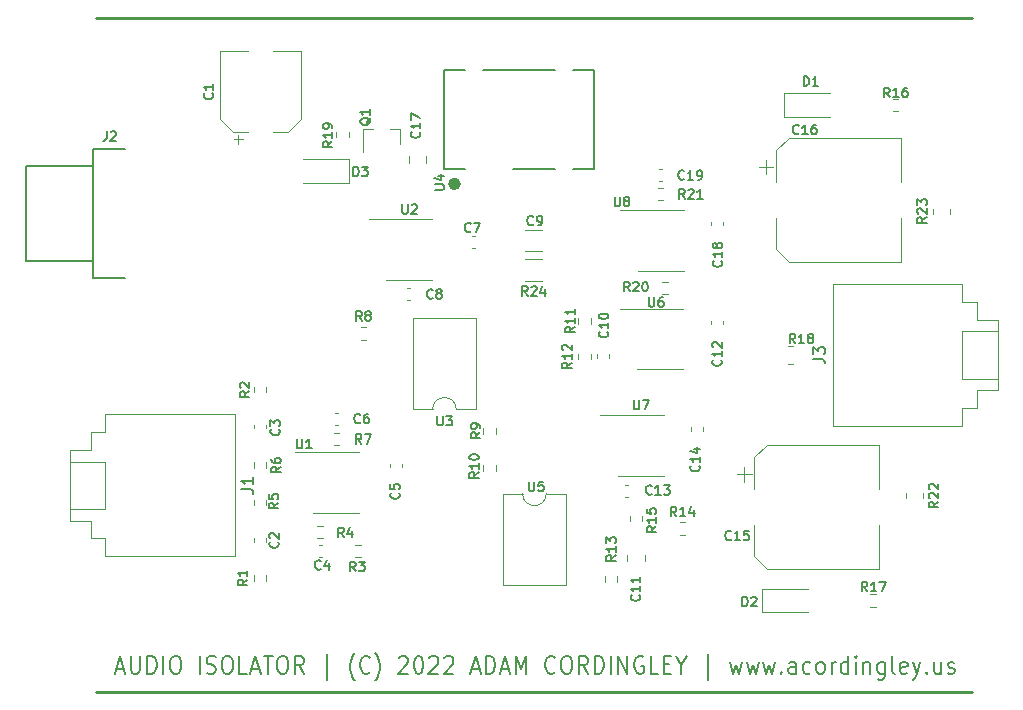
<source format=gto>
%TF.GenerationSoftware,KiCad,Pcbnew,6.0.8-f2edbf62ab~116~ubuntu20.04.1*%
%TF.CreationDate,2022-10-07T00:55:20-04:00*%
%TF.ProjectId,SSTC_Audio_Isolator,53535443-5f41-4756-9469-6f5f49736f6c,rev?*%
%TF.SameCoordinates,Original*%
%TF.FileFunction,Legend,Top*%
%TF.FilePolarity,Positive*%
%FSLAX46Y46*%
G04 Gerber Fmt 4.6, Leading zero omitted, Abs format (unit mm)*
G04 Created by KiCad (PCBNEW 6.0.8-f2edbf62ab~116~ubuntu20.04.1) date 2022-10-07 00:55:20*
%MOMM*%
%LPD*%
G01*
G04 APERTURE LIST*
%ADD10C,0.250000*%
%ADD11C,0.200000*%
%ADD12C,0.150000*%
%ADD13C,0.120000*%
%ADD14C,0.550000*%
G04 APERTURE END LIST*
D10*
X100400000Y-52000000D02*
X174600000Y-52000000D01*
X100400000Y-109000000D02*
X174600000Y-109000000D01*
D11*
X102164285Y-107050000D02*
X102807142Y-107050000D01*
X102035714Y-107478571D02*
X102485714Y-105978571D01*
X102935714Y-107478571D01*
X103385714Y-105978571D02*
X103385714Y-107192857D01*
X103450000Y-107335714D01*
X103514285Y-107407142D01*
X103642857Y-107478571D01*
X103900000Y-107478571D01*
X104028571Y-107407142D01*
X104092857Y-107335714D01*
X104157142Y-107192857D01*
X104157142Y-105978571D01*
X104800000Y-107478571D02*
X104800000Y-105978571D01*
X105121428Y-105978571D01*
X105314285Y-106050000D01*
X105442857Y-106192857D01*
X105507142Y-106335714D01*
X105571428Y-106621428D01*
X105571428Y-106835714D01*
X105507142Y-107121428D01*
X105442857Y-107264285D01*
X105314285Y-107407142D01*
X105121428Y-107478571D01*
X104800000Y-107478571D01*
X106150000Y-107478571D02*
X106150000Y-105978571D01*
X107050000Y-105978571D02*
X107307142Y-105978571D01*
X107435714Y-106050000D01*
X107564285Y-106192857D01*
X107628571Y-106478571D01*
X107628571Y-106978571D01*
X107564285Y-107264285D01*
X107435714Y-107407142D01*
X107307142Y-107478571D01*
X107050000Y-107478571D01*
X106921428Y-107407142D01*
X106792857Y-107264285D01*
X106728571Y-106978571D01*
X106728571Y-106478571D01*
X106792857Y-106192857D01*
X106921428Y-106050000D01*
X107050000Y-105978571D01*
X109235714Y-107478571D02*
X109235714Y-105978571D01*
X109814285Y-107407142D02*
X110007142Y-107478571D01*
X110328571Y-107478571D01*
X110457142Y-107407142D01*
X110521428Y-107335714D01*
X110585714Y-107192857D01*
X110585714Y-107050000D01*
X110521428Y-106907142D01*
X110457142Y-106835714D01*
X110328571Y-106764285D01*
X110071428Y-106692857D01*
X109942857Y-106621428D01*
X109878571Y-106550000D01*
X109814285Y-106407142D01*
X109814285Y-106264285D01*
X109878571Y-106121428D01*
X109942857Y-106050000D01*
X110071428Y-105978571D01*
X110392857Y-105978571D01*
X110585714Y-106050000D01*
X111421428Y-105978571D02*
X111678571Y-105978571D01*
X111807142Y-106050000D01*
X111935714Y-106192857D01*
X112000000Y-106478571D01*
X112000000Y-106978571D01*
X111935714Y-107264285D01*
X111807142Y-107407142D01*
X111678571Y-107478571D01*
X111421428Y-107478571D01*
X111292857Y-107407142D01*
X111164285Y-107264285D01*
X111100000Y-106978571D01*
X111100000Y-106478571D01*
X111164285Y-106192857D01*
X111292857Y-106050000D01*
X111421428Y-105978571D01*
X113221428Y-107478571D02*
X112578571Y-107478571D01*
X112578571Y-105978571D01*
X113607142Y-107050000D02*
X114250000Y-107050000D01*
X113478571Y-107478571D02*
X113928571Y-105978571D01*
X114378571Y-107478571D01*
X114635714Y-105978571D02*
X115407142Y-105978571D01*
X115021428Y-107478571D02*
X115021428Y-105978571D01*
X116114285Y-105978571D02*
X116371428Y-105978571D01*
X116500000Y-106050000D01*
X116628571Y-106192857D01*
X116692857Y-106478571D01*
X116692857Y-106978571D01*
X116628571Y-107264285D01*
X116500000Y-107407142D01*
X116371428Y-107478571D01*
X116114285Y-107478571D01*
X115985714Y-107407142D01*
X115857142Y-107264285D01*
X115792857Y-106978571D01*
X115792857Y-106478571D01*
X115857142Y-106192857D01*
X115985714Y-106050000D01*
X116114285Y-105978571D01*
X118042857Y-107478571D02*
X117592857Y-106764285D01*
X117271428Y-107478571D02*
X117271428Y-105978571D01*
X117785714Y-105978571D01*
X117914285Y-106050000D01*
X117978571Y-106121428D01*
X118042857Y-106264285D01*
X118042857Y-106478571D01*
X117978571Y-106621428D01*
X117914285Y-106692857D01*
X117785714Y-106764285D01*
X117271428Y-106764285D01*
X119971428Y-107978571D02*
X119971428Y-105835714D01*
X122350000Y-108050000D02*
X122285714Y-107978571D01*
X122157142Y-107764285D01*
X122092857Y-107621428D01*
X122028571Y-107407142D01*
X121964285Y-107050000D01*
X121964285Y-106764285D01*
X122028571Y-106407142D01*
X122092857Y-106192857D01*
X122157142Y-106050000D01*
X122285714Y-105835714D01*
X122350000Y-105764285D01*
X123635714Y-107335714D02*
X123571428Y-107407142D01*
X123378571Y-107478571D01*
X123250000Y-107478571D01*
X123057142Y-107407142D01*
X122928571Y-107264285D01*
X122864285Y-107121428D01*
X122800000Y-106835714D01*
X122800000Y-106621428D01*
X122864285Y-106335714D01*
X122928571Y-106192857D01*
X123057142Y-106050000D01*
X123250000Y-105978571D01*
X123378571Y-105978571D01*
X123571428Y-106050000D01*
X123635714Y-106121428D01*
X124085714Y-108050000D02*
X124150000Y-107978571D01*
X124278571Y-107764285D01*
X124342857Y-107621428D01*
X124407142Y-107407142D01*
X124471428Y-107050000D01*
X124471428Y-106764285D01*
X124407142Y-106407142D01*
X124342857Y-106192857D01*
X124278571Y-106050000D01*
X124150000Y-105835714D01*
X124085714Y-105764285D01*
X126078571Y-106121428D02*
X126142857Y-106050000D01*
X126271428Y-105978571D01*
X126592857Y-105978571D01*
X126721428Y-106050000D01*
X126785714Y-106121428D01*
X126850000Y-106264285D01*
X126850000Y-106407142D01*
X126785714Y-106621428D01*
X126014285Y-107478571D01*
X126850000Y-107478571D01*
X127685714Y-105978571D02*
X127814285Y-105978571D01*
X127942857Y-106050000D01*
X128007142Y-106121428D01*
X128071428Y-106264285D01*
X128135714Y-106550000D01*
X128135714Y-106907142D01*
X128071428Y-107192857D01*
X128007142Y-107335714D01*
X127942857Y-107407142D01*
X127814285Y-107478571D01*
X127685714Y-107478571D01*
X127557142Y-107407142D01*
X127492857Y-107335714D01*
X127428571Y-107192857D01*
X127364285Y-106907142D01*
X127364285Y-106550000D01*
X127428571Y-106264285D01*
X127492857Y-106121428D01*
X127557142Y-106050000D01*
X127685714Y-105978571D01*
X128650000Y-106121428D02*
X128714285Y-106050000D01*
X128842857Y-105978571D01*
X129164285Y-105978571D01*
X129292857Y-106050000D01*
X129357142Y-106121428D01*
X129421428Y-106264285D01*
X129421428Y-106407142D01*
X129357142Y-106621428D01*
X128585714Y-107478571D01*
X129421428Y-107478571D01*
X129935714Y-106121428D02*
X130000000Y-106050000D01*
X130128571Y-105978571D01*
X130450000Y-105978571D01*
X130578571Y-106050000D01*
X130642857Y-106121428D01*
X130707142Y-106264285D01*
X130707142Y-106407142D01*
X130642857Y-106621428D01*
X129871428Y-107478571D01*
X130707142Y-107478571D01*
X132250000Y-107050000D02*
X132892857Y-107050000D01*
X132121428Y-107478571D02*
X132571428Y-105978571D01*
X133021428Y-107478571D01*
X133471428Y-107478571D02*
X133471428Y-105978571D01*
X133792857Y-105978571D01*
X133985714Y-106050000D01*
X134114285Y-106192857D01*
X134178571Y-106335714D01*
X134242857Y-106621428D01*
X134242857Y-106835714D01*
X134178571Y-107121428D01*
X134114285Y-107264285D01*
X133985714Y-107407142D01*
X133792857Y-107478571D01*
X133471428Y-107478571D01*
X134757142Y-107050000D02*
X135400000Y-107050000D01*
X134628571Y-107478571D02*
X135078571Y-105978571D01*
X135528571Y-107478571D01*
X135978571Y-107478571D02*
X135978571Y-105978571D01*
X136428571Y-107050000D01*
X136878571Y-105978571D01*
X136878571Y-107478571D01*
X139321428Y-107335714D02*
X139257142Y-107407142D01*
X139064285Y-107478571D01*
X138935714Y-107478571D01*
X138742857Y-107407142D01*
X138614285Y-107264285D01*
X138550000Y-107121428D01*
X138485714Y-106835714D01*
X138485714Y-106621428D01*
X138550000Y-106335714D01*
X138614285Y-106192857D01*
X138742857Y-106050000D01*
X138935714Y-105978571D01*
X139064285Y-105978571D01*
X139257142Y-106050000D01*
X139321428Y-106121428D01*
X140157142Y-105978571D02*
X140414285Y-105978571D01*
X140542857Y-106050000D01*
X140671428Y-106192857D01*
X140735714Y-106478571D01*
X140735714Y-106978571D01*
X140671428Y-107264285D01*
X140542857Y-107407142D01*
X140414285Y-107478571D01*
X140157142Y-107478571D01*
X140028571Y-107407142D01*
X139900000Y-107264285D01*
X139835714Y-106978571D01*
X139835714Y-106478571D01*
X139900000Y-106192857D01*
X140028571Y-106050000D01*
X140157142Y-105978571D01*
X142085714Y-107478571D02*
X141635714Y-106764285D01*
X141314285Y-107478571D02*
X141314285Y-105978571D01*
X141828571Y-105978571D01*
X141957142Y-106050000D01*
X142021428Y-106121428D01*
X142085714Y-106264285D01*
X142085714Y-106478571D01*
X142021428Y-106621428D01*
X141957142Y-106692857D01*
X141828571Y-106764285D01*
X141314285Y-106764285D01*
X142664285Y-107478571D02*
X142664285Y-105978571D01*
X142985714Y-105978571D01*
X143178571Y-106050000D01*
X143307142Y-106192857D01*
X143371428Y-106335714D01*
X143435714Y-106621428D01*
X143435714Y-106835714D01*
X143371428Y-107121428D01*
X143307142Y-107264285D01*
X143178571Y-107407142D01*
X142985714Y-107478571D01*
X142664285Y-107478571D01*
X144014285Y-107478571D02*
X144014285Y-105978571D01*
X144657142Y-107478571D02*
X144657142Y-105978571D01*
X145428571Y-107478571D01*
X145428571Y-105978571D01*
X146778571Y-106050000D02*
X146650000Y-105978571D01*
X146457142Y-105978571D01*
X146264285Y-106050000D01*
X146135714Y-106192857D01*
X146071428Y-106335714D01*
X146007142Y-106621428D01*
X146007142Y-106835714D01*
X146071428Y-107121428D01*
X146135714Y-107264285D01*
X146264285Y-107407142D01*
X146457142Y-107478571D01*
X146585714Y-107478571D01*
X146778571Y-107407142D01*
X146842857Y-107335714D01*
X146842857Y-106835714D01*
X146585714Y-106835714D01*
X148064285Y-107478571D02*
X147421428Y-107478571D01*
X147421428Y-105978571D01*
X148514285Y-106692857D02*
X148964285Y-106692857D01*
X149157142Y-107478571D02*
X148514285Y-107478571D01*
X148514285Y-105978571D01*
X149157142Y-105978571D01*
X149992857Y-106764285D02*
X149992857Y-107478571D01*
X149542857Y-105978571D02*
X149992857Y-106764285D01*
X150442857Y-105978571D01*
X152242857Y-107978571D02*
X152242857Y-105835714D01*
X154107142Y-106478571D02*
X154364285Y-107478571D01*
X154621428Y-106764285D01*
X154878571Y-107478571D01*
X155135714Y-106478571D01*
X155521428Y-106478571D02*
X155778571Y-107478571D01*
X156035714Y-106764285D01*
X156292857Y-107478571D01*
X156550000Y-106478571D01*
X156935714Y-106478571D02*
X157192857Y-107478571D01*
X157450000Y-106764285D01*
X157707142Y-107478571D01*
X157964285Y-106478571D01*
X158478571Y-107335714D02*
X158542857Y-107407142D01*
X158478571Y-107478571D01*
X158414285Y-107407142D01*
X158478571Y-107335714D01*
X158478571Y-107478571D01*
X159700000Y-107478571D02*
X159700000Y-106692857D01*
X159635714Y-106550000D01*
X159507142Y-106478571D01*
X159250000Y-106478571D01*
X159121428Y-106550000D01*
X159700000Y-107407142D02*
X159571428Y-107478571D01*
X159250000Y-107478571D01*
X159121428Y-107407142D01*
X159057142Y-107264285D01*
X159057142Y-107121428D01*
X159121428Y-106978571D01*
X159250000Y-106907142D01*
X159571428Y-106907142D01*
X159700000Y-106835714D01*
X160921428Y-107407142D02*
X160792857Y-107478571D01*
X160535714Y-107478571D01*
X160407142Y-107407142D01*
X160342857Y-107335714D01*
X160278571Y-107192857D01*
X160278571Y-106764285D01*
X160342857Y-106621428D01*
X160407142Y-106550000D01*
X160535714Y-106478571D01*
X160792857Y-106478571D01*
X160921428Y-106550000D01*
X161692857Y-107478571D02*
X161564285Y-107407142D01*
X161500000Y-107335714D01*
X161435714Y-107192857D01*
X161435714Y-106764285D01*
X161500000Y-106621428D01*
X161564285Y-106550000D01*
X161692857Y-106478571D01*
X161885714Y-106478571D01*
X162014285Y-106550000D01*
X162078571Y-106621428D01*
X162142857Y-106764285D01*
X162142857Y-107192857D01*
X162078571Y-107335714D01*
X162014285Y-107407142D01*
X161885714Y-107478571D01*
X161692857Y-107478571D01*
X162721428Y-107478571D02*
X162721428Y-106478571D01*
X162721428Y-106764285D02*
X162785714Y-106621428D01*
X162850000Y-106550000D01*
X162978571Y-106478571D01*
X163107142Y-106478571D01*
X164135714Y-107478571D02*
X164135714Y-105978571D01*
X164135714Y-107407142D02*
X164007142Y-107478571D01*
X163750000Y-107478571D01*
X163621428Y-107407142D01*
X163557142Y-107335714D01*
X163492857Y-107192857D01*
X163492857Y-106764285D01*
X163557142Y-106621428D01*
X163621428Y-106550000D01*
X163750000Y-106478571D01*
X164007142Y-106478571D01*
X164135714Y-106550000D01*
X164778571Y-107478571D02*
X164778571Y-106478571D01*
X164778571Y-105978571D02*
X164714285Y-106050000D01*
X164778571Y-106121428D01*
X164842857Y-106050000D01*
X164778571Y-105978571D01*
X164778571Y-106121428D01*
X165421428Y-106478571D02*
X165421428Y-107478571D01*
X165421428Y-106621428D02*
X165485714Y-106550000D01*
X165614285Y-106478571D01*
X165807142Y-106478571D01*
X165935714Y-106550000D01*
X166000000Y-106692857D01*
X166000000Y-107478571D01*
X167221428Y-106478571D02*
X167221428Y-107692857D01*
X167157142Y-107835714D01*
X167092857Y-107907142D01*
X166964285Y-107978571D01*
X166771428Y-107978571D01*
X166642857Y-107907142D01*
X167221428Y-107407142D02*
X167092857Y-107478571D01*
X166835714Y-107478571D01*
X166707142Y-107407142D01*
X166642857Y-107335714D01*
X166578571Y-107192857D01*
X166578571Y-106764285D01*
X166642857Y-106621428D01*
X166707142Y-106550000D01*
X166835714Y-106478571D01*
X167092857Y-106478571D01*
X167221428Y-106550000D01*
X168057142Y-107478571D02*
X167928571Y-107407142D01*
X167864285Y-107264285D01*
X167864285Y-105978571D01*
X169085714Y-107407142D02*
X168957142Y-107478571D01*
X168700000Y-107478571D01*
X168571428Y-107407142D01*
X168507142Y-107264285D01*
X168507142Y-106692857D01*
X168571428Y-106550000D01*
X168700000Y-106478571D01*
X168957142Y-106478571D01*
X169085714Y-106550000D01*
X169150000Y-106692857D01*
X169150000Y-106835714D01*
X168507142Y-106978571D01*
X169600000Y-106478571D02*
X169921428Y-107478571D01*
X170242857Y-106478571D02*
X169921428Y-107478571D01*
X169792857Y-107835714D01*
X169728571Y-107907142D01*
X169600000Y-107978571D01*
X170757142Y-107335714D02*
X170821428Y-107407142D01*
X170757142Y-107478571D01*
X170692857Y-107407142D01*
X170757142Y-107335714D01*
X170757142Y-107478571D01*
X171978571Y-106478571D02*
X171978571Y-107478571D01*
X171400000Y-106478571D02*
X171400000Y-107264285D01*
X171464285Y-107407142D01*
X171592857Y-107478571D01*
X171785714Y-107478571D01*
X171914285Y-107407142D01*
X171978571Y-107335714D01*
X172557142Y-107407142D02*
X172685714Y-107478571D01*
X172942857Y-107478571D01*
X173071428Y-107407142D01*
X173135714Y-107264285D01*
X173135714Y-107192857D01*
X173071428Y-107050000D01*
X172942857Y-106978571D01*
X172750000Y-106978571D01*
X172621428Y-106907142D01*
X172557142Y-106764285D01*
X172557142Y-106692857D01*
X172621428Y-106550000D01*
X172750000Y-106478571D01*
X172942857Y-106478571D01*
X173071428Y-106550000D01*
D12*
%TO.C,D3*%
X122209523Y-65361904D02*
X122209523Y-64561904D01*
X122400000Y-64561904D01*
X122514285Y-64600000D01*
X122590476Y-64676190D01*
X122628571Y-64752380D01*
X122666666Y-64904761D01*
X122666666Y-65019047D01*
X122628571Y-65171428D01*
X122590476Y-65247619D01*
X122514285Y-65323809D01*
X122400000Y-65361904D01*
X122209523Y-65361904D01*
X122933333Y-64561904D02*
X123428571Y-64561904D01*
X123161904Y-64866666D01*
X123276190Y-64866666D01*
X123352380Y-64904761D01*
X123390476Y-64942857D01*
X123428571Y-65019047D01*
X123428571Y-65209523D01*
X123390476Y-65285714D01*
X123352380Y-65323809D01*
X123276190Y-65361904D01*
X123047619Y-65361904D01*
X122971428Y-65323809D01*
X122933333Y-65285714D01*
%TO.C,C18*%
X153385714Y-72514285D02*
X153423809Y-72552380D01*
X153461904Y-72666666D01*
X153461904Y-72742857D01*
X153423809Y-72857142D01*
X153347619Y-72933333D01*
X153271428Y-72971428D01*
X153119047Y-73009523D01*
X153004761Y-73009523D01*
X152852380Y-72971428D01*
X152776190Y-72933333D01*
X152700000Y-72857142D01*
X152661904Y-72742857D01*
X152661904Y-72666666D01*
X152700000Y-72552380D01*
X152738095Y-72514285D01*
X153461904Y-71752380D02*
X153461904Y-72209523D01*
X153461904Y-71980952D02*
X152661904Y-71980952D01*
X152776190Y-72057142D01*
X152852380Y-72133333D01*
X152890476Y-72209523D01*
X153004761Y-71295238D02*
X152966666Y-71371428D01*
X152928571Y-71409523D01*
X152852380Y-71447619D01*
X152814285Y-71447619D01*
X152738095Y-71409523D01*
X152700000Y-71371428D01*
X152661904Y-71295238D01*
X152661904Y-71142857D01*
X152700000Y-71066666D01*
X152738095Y-71028571D01*
X152814285Y-70990476D01*
X152852380Y-70990476D01*
X152928571Y-71028571D01*
X152966666Y-71066666D01*
X153004761Y-71142857D01*
X153004761Y-71295238D01*
X153042857Y-71371428D01*
X153080952Y-71409523D01*
X153157142Y-71447619D01*
X153309523Y-71447619D01*
X153385714Y-71409523D01*
X153423809Y-71371428D01*
X153461904Y-71295238D01*
X153461904Y-71142857D01*
X153423809Y-71066666D01*
X153385714Y-71028571D01*
X153309523Y-70990476D01*
X153157142Y-70990476D01*
X153080952Y-71028571D01*
X153042857Y-71066666D01*
X153004761Y-71142857D01*
%TO.C,C9*%
X137466666Y-69435714D02*
X137428571Y-69473809D01*
X137314285Y-69511904D01*
X137238095Y-69511904D01*
X137123809Y-69473809D01*
X137047619Y-69397619D01*
X137009523Y-69321428D01*
X136971428Y-69169047D01*
X136971428Y-69054761D01*
X137009523Y-68902380D01*
X137047619Y-68826190D01*
X137123809Y-68750000D01*
X137238095Y-68711904D01*
X137314285Y-68711904D01*
X137428571Y-68750000D01*
X137466666Y-68788095D01*
X137847619Y-69511904D02*
X138000000Y-69511904D01*
X138076190Y-69473809D01*
X138114285Y-69435714D01*
X138190476Y-69321428D01*
X138228571Y-69169047D01*
X138228571Y-68864285D01*
X138190476Y-68788095D01*
X138152380Y-68750000D01*
X138076190Y-68711904D01*
X137923809Y-68711904D01*
X137847619Y-68750000D01*
X137809523Y-68788095D01*
X137771428Y-68864285D01*
X137771428Y-69054761D01*
X137809523Y-69130952D01*
X137847619Y-69169047D01*
X137923809Y-69207142D01*
X138076190Y-69207142D01*
X138152380Y-69169047D01*
X138190476Y-69130952D01*
X138228571Y-69054761D01*
%TO.C,R16*%
X167635714Y-58661904D02*
X167369047Y-58280952D01*
X167178571Y-58661904D02*
X167178571Y-57861904D01*
X167483333Y-57861904D01*
X167559523Y-57900000D01*
X167597619Y-57938095D01*
X167635714Y-58014285D01*
X167635714Y-58128571D01*
X167597619Y-58204761D01*
X167559523Y-58242857D01*
X167483333Y-58280952D01*
X167178571Y-58280952D01*
X168397619Y-58661904D02*
X167940476Y-58661904D01*
X168169047Y-58661904D02*
X168169047Y-57861904D01*
X168092857Y-57976190D01*
X168016666Y-58052380D01*
X167940476Y-58090476D01*
X169083333Y-57861904D02*
X168930952Y-57861904D01*
X168854761Y-57900000D01*
X168816666Y-57938095D01*
X168740476Y-58052380D01*
X168702380Y-58204761D01*
X168702380Y-58509523D01*
X168740476Y-58585714D01*
X168778571Y-58623809D01*
X168854761Y-58661904D01*
X169007142Y-58661904D01*
X169083333Y-58623809D01*
X169121428Y-58585714D01*
X169159523Y-58509523D01*
X169159523Y-58319047D01*
X169121428Y-58242857D01*
X169083333Y-58204761D01*
X169007142Y-58166666D01*
X168854761Y-58166666D01*
X168778571Y-58204761D01*
X168740476Y-58242857D01*
X168702380Y-58319047D01*
%TO.C,U7*%
X145990476Y-84311904D02*
X145990476Y-84959523D01*
X146028571Y-85035714D01*
X146066666Y-85073809D01*
X146142857Y-85111904D01*
X146295238Y-85111904D01*
X146371428Y-85073809D01*
X146409523Y-85035714D01*
X146447619Y-84959523D01*
X146447619Y-84311904D01*
X146752380Y-84311904D02*
X147285714Y-84311904D01*
X146942857Y-85111904D01*
%TO.C,R8*%
X122941666Y-77606904D02*
X122675000Y-77225952D01*
X122484523Y-77606904D02*
X122484523Y-76806904D01*
X122789285Y-76806904D01*
X122865476Y-76845000D01*
X122903571Y-76883095D01*
X122941666Y-76959285D01*
X122941666Y-77073571D01*
X122903571Y-77149761D01*
X122865476Y-77187857D01*
X122789285Y-77225952D01*
X122484523Y-77225952D01*
X123398809Y-77149761D02*
X123322619Y-77111666D01*
X123284523Y-77073571D01*
X123246428Y-76997380D01*
X123246428Y-76959285D01*
X123284523Y-76883095D01*
X123322619Y-76845000D01*
X123398809Y-76806904D01*
X123551190Y-76806904D01*
X123627380Y-76845000D01*
X123665476Y-76883095D01*
X123703571Y-76959285D01*
X123703571Y-76997380D01*
X123665476Y-77073571D01*
X123627380Y-77111666D01*
X123551190Y-77149761D01*
X123398809Y-77149761D01*
X123322619Y-77187857D01*
X123284523Y-77225952D01*
X123246428Y-77302142D01*
X123246428Y-77454523D01*
X123284523Y-77530714D01*
X123322619Y-77568809D01*
X123398809Y-77606904D01*
X123551190Y-77606904D01*
X123627380Y-77568809D01*
X123665476Y-77530714D01*
X123703571Y-77454523D01*
X123703571Y-77302142D01*
X123665476Y-77225952D01*
X123627380Y-77187857D01*
X123551190Y-77149761D01*
%TO.C,R1*%
X113231904Y-99508333D02*
X112850952Y-99775000D01*
X113231904Y-99965476D02*
X112431904Y-99965476D01*
X112431904Y-99660714D01*
X112470000Y-99584523D01*
X112508095Y-99546428D01*
X112584285Y-99508333D01*
X112698571Y-99508333D01*
X112774761Y-99546428D01*
X112812857Y-99584523D01*
X112850952Y-99660714D01*
X112850952Y-99965476D01*
X113231904Y-98746428D02*
X113231904Y-99203571D01*
X113231904Y-98975000D02*
X112431904Y-98975000D01*
X112546190Y-99051190D01*
X112622380Y-99127380D01*
X112660476Y-99203571D01*
%TO.C,R7*%
X122916666Y-88011904D02*
X122650000Y-87630952D01*
X122459523Y-88011904D02*
X122459523Y-87211904D01*
X122764285Y-87211904D01*
X122840476Y-87250000D01*
X122878571Y-87288095D01*
X122916666Y-87364285D01*
X122916666Y-87478571D01*
X122878571Y-87554761D01*
X122840476Y-87592857D01*
X122764285Y-87630952D01*
X122459523Y-87630952D01*
X123183333Y-87211904D02*
X123716666Y-87211904D01*
X123373809Y-88011904D01*
%TO.C,J1*%
X112752380Y-91854999D02*
X113466666Y-91854999D01*
X113609523Y-91902618D01*
X113704761Y-91997856D01*
X113752380Y-92140713D01*
X113752380Y-92235951D01*
X113752380Y-90854999D02*
X113752380Y-91426427D01*
X113752380Y-91140713D02*
X112752380Y-91140713D01*
X112895238Y-91235951D01*
X112990476Y-91331189D01*
X113038095Y-91426427D01*
%TO.C,J3*%
X161152380Y-80833333D02*
X161866666Y-80833333D01*
X162009523Y-80880952D01*
X162104761Y-80976190D01*
X162152380Y-81119047D01*
X162152380Y-81214285D01*
X161152380Y-80452380D02*
X161152380Y-79833333D01*
X161533333Y-80166666D01*
X161533333Y-80023809D01*
X161580952Y-79928571D01*
X161628571Y-79880952D01*
X161723809Y-79833333D01*
X161961904Y-79833333D01*
X162057142Y-79880952D01*
X162104761Y-79928571D01*
X162152380Y-80023809D01*
X162152380Y-80309523D01*
X162104761Y-80404761D01*
X162057142Y-80452380D01*
%TO.C,R11*%
X140961904Y-78114285D02*
X140580952Y-78380952D01*
X140961904Y-78571428D02*
X140161904Y-78571428D01*
X140161904Y-78266666D01*
X140200000Y-78190476D01*
X140238095Y-78152380D01*
X140314285Y-78114285D01*
X140428571Y-78114285D01*
X140504761Y-78152380D01*
X140542857Y-78190476D01*
X140580952Y-78266666D01*
X140580952Y-78571428D01*
X140961904Y-77352380D02*
X140961904Y-77809523D01*
X140961904Y-77580952D02*
X140161904Y-77580952D01*
X140276190Y-77657142D01*
X140352380Y-77733333D01*
X140390476Y-77809523D01*
X140961904Y-76590476D02*
X140961904Y-77047619D01*
X140961904Y-76819047D02*
X140161904Y-76819047D01*
X140276190Y-76895238D01*
X140352380Y-76971428D01*
X140390476Y-77047619D01*
%TO.C,C5*%
X126085714Y-92183333D02*
X126123809Y-92221428D01*
X126161904Y-92335714D01*
X126161904Y-92411904D01*
X126123809Y-92526190D01*
X126047619Y-92602380D01*
X125971428Y-92640476D01*
X125819047Y-92678571D01*
X125704761Y-92678571D01*
X125552380Y-92640476D01*
X125476190Y-92602380D01*
X125400000Y-92526190D01*
X125361904Y-92411904D01*
X125361904Y-92335714D01*
X125400000Y-92221428D01*
X125438095Y-92183333D01*
X125361904Y-91459523D02*
X125361904Y-91840476D01*
X125742857Y-91878571D01*
X125704761Y-91840476D01*
X125666666Y-91764285D01*
X125666666Y-91573809D01*
X125704761Y-91497619D01*
X125742857Y-91459523D01*
X125819047Y-91421428D01*
X126009523Y-91421428D01*
X126085714Y-91459523D01*
X126123809Y-91497619D01*
X126161904Y-91573809D01*
X126161904Y-91764285D01*
X126123809Y-91840476D01*
X126085714Y-91878571D01*
%TO.C,R21*%
X150285714Y-67261904D02*
X150019047Y-66880952D01*
X149828571Y-67261904D02*
X149828571Y-66461904D01*
X150133333Y-66461904D01*
X150209523Y-66500000D01*
X150247619Y-66538095D01*
X150285714Y-66614285D01*
X150285714Y-66728571D01*
X150247619Y-66804761D01*
X150209523Y-66842857D01*
X150133333Y-66880952D01*
X149828571Y-66880952D01*
X150590476Y-66538095D02*
X150628571Y-66500000D01*
X150704761Y-66461904D01*
X150895238Y-66461904D01*
X150971428Y-66500000D01*
X151009523Y-66538095D01*
X151047619Y-66614285D01*
X151047619Y-66690476D01*
X151009523Y-66804761D01*
X150552380Y-67261904D01*
X151047619Y-67261904D01*
X151809523Y-67261904D02*
X151352380Y-67261904D01*
X151580952Y-67261904D02*
X151580952Y-66461904D01*
X151504761Y-66576190D01*
X151428571Y-66652380D01*
X151352380Y-66690476D01*
%TO.C,C2*%
X115835714Y-96308333D02*
X115873809Y-96346428D01*
X115911904Y-96460714D01*
X115911904Y-96536904D01*
X115873809Y-96651190D01*
X115797619Y-96727380D01*
X115721428Y-96765476D01*
X115569047Y-96803571D01*
X115454761Y-96803571D01*
X115302380Y-96765476D01*
X115226190Y-96727380D01*
X115150000Y-96651190D01*
X115111904Y-96536904D01*
X115111904Y-96460714D01*
X115150000Y-96346428D01*
X115188095Y-96308333D01*
X115188095Y-96003571D02*
X115150000Y-95965476D01*
X115111904Y-95889285D01*
X115111904Y-95698809D01*
X115150000Y-95622619D01*
X115188095Y-95584523D01*
X115264285Y-95546428D01*
X115340476Y-95546428D01*
X115454761Y-95584523D01*
X115911904Y-96041666D01*
X115911904Y-95546428D01*
%TO.C,R12*%
X140731904Y-81139285D02*
X140350952Y-81405952D01*
X140731904Y-81596428D02*
X139931904Y-81596428D01*
X139931904Y-81291666D01*
X139970000Y-81215476D01*
X140008095Y-81177380D01*
X140084285Y-81139285D01*
X140198571Y-81139285D01*
X140274761Y-81177380D01*
X140312857Y-81215476D01*
X140350952Y-81291666D01*
X140350952Y-81596428D01*
X140731904Y-80377380D02*
X140731904Y-80834523D01*
X140731904Y-80605952D02*
X139931904Y-80605952D01*
X140046190Y-80682142D01*
X140122380Y-80758333D01*
X140160476Y-80834523D01*
X140008095Y-80072619D02*
X139970000Y-80034523D01*
X139931904Y-79958333D01*
X139931904Y-79767857D01*
X139970000Y-79691666D01*
X140008095Y-79653571D01*
X140084285Y-79615476D01*
X140160476Y-79615476D01*
X140274761Y-79653571D01*
X140731904Y-80110714D01*
X140731904Y-79615476D01*
%TO.C,U2*%
X126365476Y-67726904D02*
X126365476Y-68374523D01*
X126403571Y-68450714D01*
X126441666Y-68488809D01*
X126517857Y-68526904D01*
X126670238Y-68526904D01*
X126746428Y-68488809D01*
X126784523Y-68450714D01*
X126822619Y-68374523D01*
X126822619Y-67726904D01*
X127165476Y-67803095D02*
X127203571Y-67765000D01*
X127279761Y-67726904D01*
X127470238Y-67726904D01*
X127546428Y-67765000D01*
X127584523Y-67803095D01*
X127622619Y-67879285D01*
X127622619Y-67955476D01*
X127584523Y-68069761D01*
X127127380Y-68526904D01*
X127622619Y-68526904D01*
%TO.C,C8*%
X128941666Y-75650714D02*
X128903571Y-75688809D01*
X128789285Y-75726904D01*
X128713095Y-75726904D01*
X128598809Y-75688809D01*
X128522619Y-75612619D01*
X128484523Y-75536428D01*
X128446428Y-75384047D01*
X128446428Y-75269761D01*
X128484523Y-75117380D01*
X128522619Y-75041190D01*
X128598809Y-74965000D01*
X128713095Y-74926904D01*
X128789285Y-74926904D01*
X128903571Y-74965000D01*
X128941666Y-75003095D01*
X129398809Y-75269761D02*
X129322619Y-75231666D01*
X129284523Y-75193571D01*
X129246428Y-75117380D01*
X129246428Y-75079285D01*
X129284523Y-75003095D01*
X129322619Y-74965000D01*
X129398809Y-74926904D01*
X129551190Y-74926904D01*
X129627380Y-74965000D01*
X129665476Y-75003095D01*
X129703571Y-75079285D01*
X129703571Y-75117380D01*
X129665476Y-75193571D01*
X129627380Y-75231666D01*
X129551190Y-75269761D01*
X129398809Y-75269761D01*
X129322619Y-75307857D01*
X129284523Y-75345952D01*
X129246428Y-75422142D01*
X129246428Y-75574523D01*
X129284523Y-75650714D01*
X129322619Y-75688809D01*
X129398809Y-75726904D01*
X129551190Y-75726904D01*
X129627380Y-75688809D01*
X129665476Y-75650714D01*
X129703571Y-75574523D01*
X129703571Y-75422142D01*
X129665476Y-75345952D01*
X129627380Y-75307857D01*
X129551190Y-75269761D01*
%TO.C,D1*%
X160359523Y-57711904D02*
X160359523Y-56911904D01*
X160550000Y-56911904D01*
X160664285Y-56950000D01*
X160740476Y-57026190D01*
X160778571Y-57102380D01*
X160816666Y-57254761D01*
X160816666Y-57369047D01*
X160778571Y-57521428D01*
X160740476Y-57597619D01*
X160664285Y-57673809D01*
X160550000Y-57711904D01*
X160359523Y-57711904D01*
X161578571Y-57711904D02*
X161121428Y-57711904D01*
X161350000Y-57711904D02*
X161350000Y-56911904D01*
X161273809Y-57026190D01*
X161197619Y-57102380D01*
X161121428Y-57140476D01*
%TO.C,R24*%
X136985714Y-75481904D02*
X136719047Y-75100952D01*
X136528571Y-75481904D02*
X136528571Y-74681904D01*
X136833333Y-74681904D01*
X136909523Y-74720000D01*
X136947619Y-74758095D01*
X136985714Y-74834285D01*
X136985714Y-74948571D01*
X136947619Y-75024761D01*
X136909523Y-75062857D01*
X136833333Y-75100952D01*
X136528571Y-75100952D01*
X137290476Y-74758095D02*
X137328571Y-74720000D01*
X137404761Y-74681904D01*
X137595238Y-74681904D01*
X137671428Y-74720000D01*
X137709523Y-74758095D01*
X137747619Y-74834285D01*
X137747619Y-74910476D01*
X137709523Y-75024761D01*
X137252380Y-75481904D01*
X137747619Y-75481904D01*
X138433333Y-74948571D02*
X138433333Y-75481904D01*
X138242857Y-74643809D02*
X138052380Y-75215238D01*
X138547619Y-75215238D01*
%TO.C,Q1*%
X123688095Y-60426190D02*
X123650000Y-60502380D01*
X123573809Y-60578571D01*
X123459523Y-60692857D01*
X123421428Y-60769047D01*
X123421428Y-60845238D01*
X123611904Y-60807142D02*
X123573809Y-60883333D01*
X123497619Y-60959523D01*
X123345238Y-60997619D01*
X123078571Y-60997619D01*
X122926190Y-60959523D01*
X122850000Y-60883333D01*
X122811904Y-60807142D01*
X122811904Y-60654761D01*
X122850000Y-60578571D01*
X122926190Y-60502380D01*
X123078571Y-60464285D01*
X123345238Y-60464285D01*
X123497619Y-60502380D01*
X123573809Y-60578571D01*
X123611904Y-60654761D01*
X123611904Y-60807142D01*
X123611904Y-59702380D02*
X123611904Y-60159523D01*
X123611904Y-59930952D02*
X122811904Y-59930952D01*
X122926190Y-60007142D01*
X123002380Y-60083333D01*
X123040476Y-60159523D01*
%TO.C,R23*%
X170761904Y-68839285D02*
X170380952Y-69105952D01*
X170761904Y-69296428D02*
X169961904Y-69296428D01*
X169961904Y-68991666D01*
X170000000Y-68915476D01*
X170038095Y-68877380D01*
X170114285Y-68839285D01*
X170228571Y-68839285D01*
X170304761Y-68877380D01*
X170342857Y-68915476D01*
X170380952Y-68991666D01*
X170380952Y-69296428D01*
X170038095Y-68534523D02*
X170000000Y-68496428D01*
X169961904Y-68420238D01*
X169961904Y-68229761D01*
X170000000Y-68153571D01*
X170038095Y-68115476D01*
X170114285Y-68077380D01*
X170190476Y-68077380D01*
X170304761Y-68115476D01*
X170761904Y-68572619D01*
X170761904Y-68077380D01*
X169961904Y-67810714D02*
X169961904Y-67315476D01*
X170266666Y-67582142D01*
X170266666Y-67467857D01*
X170304761Y-67391666D01*
X170342857Y-67353571D01*
X170419047Y-67315476D01*
X170609523Y-67315476D01*
X170685714Y-67353571D01*
X170723809Y-67391666D01*
X170761904Y-67467857D01*
X170761904Y-67696428D01*
X170723809Y-67772619D01*
X170685714Y-67810714D01*
%TO.C,D2*%
X155159523Y-101761904D02*
X155159523Y-100961904D01*
X155350000Y-100961904D01*
X155464285Y-101000000D01*
X155540476Y-101076190D01*
X155578571Y-101152380D01*
X155616666Y-101304761D01*
X155616666Y-101419047D01*
X155578571Y-101571428D01*
X155540476Y-101647619D01*
X155464285Y-101723809D01*
X155350000Y-101761904D01*
X155159523Y-101761904D01*
X155921428Y-101038095D02*
X155959523Y-101000000D01*
X156035714Y-100961904D01*
X156226190Y-100961904D01*
X156302380Y-101000000D01*
X156340476Y-101038095D01*
X156378571Y-101114285D01*
X156378571Y-101190476D01*
X156340476Y-101304761D01*
X155883333Y-101761904D01*
X156378571Y-101761904D01*
%TO.C,R13*%
X144461904Y-97464285D02*
X144080952Y-97730952D01*
X144461904Y-97921428D02*
X143661904Y-97921428D01*
X143661904Y-97616666D01*
X143700000Y-97540476D01*
X143738095Y-97502380D01*
X143814285Y-97464285D01*
X143928571Y-97464285D01*
X144004761Y-97502380D01*
X144042857Y-97540476D01*
X144080952Y-97616666D01*
X144080952Y-97921428D01*
X144461904Y-96702380D02*
X144461904Y-97159523D01*
X144461904Y-96930952D02*
X143661904Y-96930952D01*
X143776190Y-97007142D01*
X143852380Y-97083333D01*
X143890476Y-97159523D01*
X143661904Y-96435714D02*
X143661904Y-95940476D01*
X143966666Y-96207142D01*
X143966666Y-96092857D01*
X144004761Y-96016666D01*
X144042857Y-95978571D01*
X144119047Y-95940476D01*
X144309523Y-95940476D01*
X144385714Y-95978571D01*
X144423809Y-96016666D01*
X144461904Y-96092857D01*
X144461904Y-96321428D01*
X144423809Y-96397619D01*
X144385714Y-96435714D01*
%TO.C,R5*%
X115861904Y-93008333D02*
X115480952Y-93275000D01*
X115861904Y-93465476D02*
X115061904Y-93465476D01*
X115061904Y-93160714D01*
X115100000Y-93084523D01*
X115138095Y-93046428D01*
X115214285Y-93008333D01*
X115328571Y-93008333D01*
X115404761Y-93046428D01*
X115442857Y-93084523D01*
X115480952Y-93160714D01*
X115480952Y-93465476D01*
X115061904Y-92284523D02*
X115061904Y-92665476D01*
X115442857Y-92703571D01*
X115404761Y-92665476D01*
X115366666Y-92589285D01*
X115366666Y-92398809D01*
X115404761Y-92322619D01*
X115442857Y-92284523D01*
X115519047Y-92246428D01*
X115709523Y-92246428D01*
X115785714Y-92284523D01*
X115823809Y-92322619D01*
X115861904Y-92398809D01*
X115861904Y-92589285D01*
X115823809Y-92665476D01*
X115785714Y-92703571D01*
%TO.C,R9*%
X132961904Y-87058333D02*
X132580952Y-87325000D01*
X132961904Y-87515476D02*
X132161904Y-87515476D01*
X132161904Y-87210714D01*
X132200000Y-87134523D01*
X132238095Y-87096428D01*
X132314285Y-87058333D01*
X132428571Y-87058333D01*
X132504761Y-87096428D01*
X132542857Y-87134523D01*
X132580952Y-87210714D01*
X132580952Y-87515476D01*
X132961904Y-86677380D02*
X132961904Y-86525000D01*
X132923809Y-86448809D01*
X132885714Y-86410714D01*
X132771428Y-86334523D01*
X132619047Y-86296428D01*
X132314285Y-86296428D01*
X132238095Y-86334523D01*
X132200000Y-86372619D01*
X132161904Y-86448809D01*
X132161904Y-86601190D01*
X132200000Y-86677380D01*
X132238095Y-86715476D01*
X132314285Y-86753571D01*
X132504761Y-86753571D01*
X132580952Y-86715476D01*
X132619047Y-86677380D01*
X132657142Y-86601190D01*
X132657142Y-86448809D01*
X132619047Y-86372619D01*
X132580952Y-86334523D01*
X132504761Y-86296428D01*
%TO.C,R22*%
X171761904Y-92914285D02*
X171380952Y-93180952D01*
X171761904Y-93371428D02*
X170961904Y-93371428D01*
X170961904Y-93066666D01*
X171000000Y-92990476D01*
X171038095Y-92952380D01*
X171114285Y-92914285D01*
X171228571Y-92914285D01*
X171304761Y-92952380D01*
X171342857Y-92990476D01*
X171380952Y-93066666D01*
X171380952Y-93371428D01*
X171038095Y-92609523D02*
X171000000Y-92571428D01*
X170961904Y-92495238D01*
X170961904Y-92304761D01*
X171000000Y-92228571D01*
X171038095Y-92190476D01*
X171114285Y-92152380D01*
X171190476Y-92152380D01*
X171304761Y-92190476D01*
X171761904Y-92647619D01*
X171761904Y-92152380D01*
X171038095Y-91847619D02*
X171000000Y-91809523D01*
X170961904Y-91733333D01*
X170961904Y-91542857D01*
X171000000Y-91466666D01*
X171038095Y-91428571D01*
X171114285Y-91390476D01*
X171190476Y-91390476D01*
X171304761Y-91428571D01*
X171761904Y-91885714D01*
X171761904Y-91390476D01*
%TO.C,R14*%
X149585714Y-94131904D02*
X149319047Y-93750952D01*
X149128571Y-94131904D02*
X149128571Y-93331904D01*
X149433333Y-93331904D01*
X149509523Y-93370000D01*
X149547619Y-93408095D01*
X149585714Y-93484285D01*
X149585714Y-93598571D01*
X149547619Y-93674761D01*
X149509523Y-93712857D01*
X149433333Y-93750952D01*
X149128571Y-93750952D01*
X150347619Y-94131904D02*
X149890476Y-94131904D01*
X150119047Y-94131904D02*
X150119047Y-93331904D01*
X150042857Y-93446190D01*
X149966666Y-93522380D01*
X149890476Y-93560476D01*
X151033333Y-93598571D02*
X151033333Y-94131904D01*
X150842857Y-93293809D02*
X150652380Y-93865238D01*
X151147619Y-93865238D01*
%TO.C,C16*%
X159935714Y-61735714D02*
X159897619Y-61773809D01*
X159783333Y-61811904D01*
X159707142Y-61811904D01*
X159592857Y-61773809D01*
X159516666Y-61697619D01*
X159478571Y-61621428D01*
X159440476Y-61469047D01*
X159440476Y-61354761D01*
X159478571Y-61202380D01*
X159516666Y-61126190D01*
X159592857Y-61050000D01*
X159707142Y-61011904D01*
X159783333Y-61011904D01*
X159897619Y-61050000D01*
X159935714Y-61088095D01*
X160697619Y-61811904D02*
X160240476Y-61811904D01*
X160469047Y-61811904D02*
X160469047Y-61011904D01*
X160392857Y-61126190D01*
X160316666Y-61202380D01*
X160240476Y-61240476D01*
X161383333Y-61011904D02*
X161230952Y-61011904D01*
X161154761Y-61050000D01*
X161116666Y-61088095D01*
X161040476Y-61202380D01*
X161002380Y-61354761D01*
X161002380Y-61659523D01*
X161040476Y-61735714D01*
X161078571Y-61773809D01*
X161154761Y-61811904D01*
X161307142Y-61811904D01*
X161383333Y-61773809D01*
X161421428Y-61735714D01*
X161459523Y-61659523D01*
X161459523Y-61469047D01*
X161421428Y-61392857D01*
X161383333Y-61354761D01*
X161307142Y-61316666D01*
X161154761Y-61316666D01*
X161078571Y-61354761D01*
X161040476Y-61392857D01*
X161002380Y-61469047D01*
%TO.C,R6*%
X116091904Y-89958333D02*
X115710952Y-90225000D01*
X116091904Y-90415476D02*
X115291904Y-90415476D01*
X115291904Y-90110714D01*
X115330000Y-90034523D01*
X115368095Y-89996428D01*
X115444285Y-89958333D01*
X115558571Y-89958333D01*
X115634761Y-89996428D01*
X115672857Y-90034523D01*
X115710952Y-90110714D01*
X115710952Y-90415476D01*
X115291904Y-89272619D02*
X115291904Y-89425000D01*
X115330000Y-89501190D01*
X115368095Y-89539285D01*
X115482380Y-89615476D01*
X115634761Y-89653571D01*
X115939523Y-89653571D01*
X116015714Y-89615476D01*
X116053809Y-89577380D01*
X116091904Y-89501190D01*
X116091904Y-89348809D01*
X116053809Y-89272619D01*
X116015714Y-89234523D01*
X115939523Y-89196428D01*
X115749047Y-89196428D01*
X115672857Y-89234523D01*
X115634761Y-89272619D01*
X115596666Y-89348809D01*
X115596666Y-89501190D01*
X115634761Y-89577380D01*
X115672857Y-89615476D01*
X115749047Y-89653571D01*
%TO.C,C13*%
X147485714Y-92235714D02*
X147447619Y-92273809D01*
X147333333Y-92311904D01*
X147257142Y-92311904D01*
X147142857Y-92273809D01*
X147066666Y-92197619D01*
X147028571Y-92121428D01*
X146990476Y-91969047D01*
X146990476Y-91854761D01*
X147028571Y-91702380D01*
X147066666Y-91626190D01*
X147142857Y-91550000D01*
X147257142Y-91511904D01*
X147333333Y-91511904D01*
X147447619Y-91550000D01*
X147485714Y-91588095D01*
X148247619Y-92311904D02*
X147790476Y-92311904D01*
X148019047Y-92311904D02*
X148019047Y-91511904D01*
X147942857Y-91626190D01*
X147866666Y-91702380D01*
X147790476Y-91740476D01*
X148514285Y-91511904D02*
X149009523Y-91511904D01*
X148742857Y-91816666D01*
X148857142Y-91816666D01*
X148933333Y-91854761D01*
X148971428Y-91892857D01*
X149009523Y-91969047D01*
X149009523Y-92159523D01*
X148971428Y-92235714D01*
X148933333Y-92273809D01*
X148857142Y-92311904D01*
X148628571Y-92311904D01*
X148552380Y-92273809D01*
X148514285Y-92235714D01*
%TO.C,C19*%
X150235714Y-65585714D02*
X150197619Y-65623809D01*
X150083333Y-65661904D01*
X150007142Y-65661904D01*
X149892857Y-65623809D01*
X149816666Y-65547619D01*
X149778571Y-65471428D01*
X149740476Y-65319047D01*
X149740476Y-65204761D01*
X149778571Y-65052380D01*
X149816666Y-64976190D01*
X149892857Y-64900000D01*
X150007142Y-64861904D01*
X150083333Y-64861904D01*
X150197619Y-64900000D01*
X150235714Y-64938095D01*
X150997619Y-65661904D02*
X150540476Y-65661904D01*
X150769047Y-65661904D02*
X150769047Y-64861904D01*
X150692857Y-64976190D01*
X150616666Y-65052380D01*
X150540476Y-65090476D01*
X151378571Y-65661904D02*
X151530952Y-65661904D01*
X151607142Y-65623809D01*
X151645238Y-65585714D01*
X151721428Y-65471428D01*
X151759523Y-65319047D01*
X151759523Y-65014285D01*
X151721428Y-64938095D01*
X151683333Y-64900000D01*
X151607142Y-64861904D01*
X151454761Y-64861904D01*
X151378571Y-64900000D01*
X151340476Y-64938095D01*
X151302380Y-65014285D01*
X151302380Y-65204761D01*
X151340476Y-65280952D01*
X151378571Y-65319047D01*
X151454761Y-65357142D01*
X151607142Y-65357142D01*
X151683333Y-65319047D01*
X151721428Y-65280952D01*
X151759523Y-65204761D01*
%TO.C,R2*%
X113411904Y-83558333D02*
X113030952Y-83825000D01*
X113411904Y-84015476D02*
X112611904Y-84015476D01*
X112611904Y-83710714D01*
X112650000Y-83634523D01*
X112688095Y-83596428D01*
X112764285Y-83558333D01*
X112878571Y-83558333D01*
X112954761Y-83596428D01*
X112992857Y-83634523D01*
X113030952Y-83710714D01*
X113030952Y-84015476D01*
X112688095Y-83253571D02*
X112650000Y-83215476D01*
X112611904Y-83139285D01*
X112611904Y-82948809D01*
X112650000Y-82872619D01*
X112688095Y-82834523D01*
X112764285Y-82796428D01*
X112840476Y-82796428D01*
X112954761Y-82834523D01*
X113411904Y-83291666D01*
X113411904Y-82796428D01*
%TO.C,C6*%
X122816666Y-86185714D02*
X122778571Y-86223809D01*
X122664285Y-86261904D01*
X122588095Y-86261904D01*
X122473809Y-86223809D01*
X122397619Y-86147619D01*
X122359523Y-86071428D01*
X122321428Y-85919047D01*
X122321428Y-85804761D01*
X122359523Y-85652380D01*
X122397619Y-85576190D01*
X122473809Y-85500000D01*
X122588095Y-85461904D01*
X122664285Y-85461904D01*
X122778571Y-85500000D01*
X122816666Y-85538095D01*
X123502380Y-85461904D02*
X123350000Y-85461904D01*
X123273809Y-85500000D01*
X123235714Y-85538095D01*
X123159523Y-85652380D01*
X123121428Y-85804761D01*
X123121428Y-86109523D01*
X123159523Y-86185714D01*
X123197619Y-86223809D01*
X123273809Y-86261904D01*
X123426190Y-86261904D01*
X123502380Y-86223809D01*
X123540476Y-86185714D01*
X123578571Y-86109523D01*
X123578571Y-85919047D01*
X123540476Y-85842857D01*
X123502380Y-85804761D01*
X123426190Y-85766666D01*
X123273809Y-85766666D01*
X123197619Y-85804761D01*
X123159523Y-85842857D01*
X123121428Y-85919047D01*
%TO.C,C7*%
X132166666Y-70035714D02*
X132128571Y-70073809D01*
X132014285Y-70111904D01*
X131938095Y-70111904D01*
X131823809Y-70073809D01*
X131747619Y-69997619D01*
X131709523Y-69921428D01*
X131671428Y-69769047D01*
X131671428Y-69654761D01*
X131709523Y-69502380D01*
X131747619Y-69426190D01*
X131823809Y-69350000D01*
X131938095Y-69311904D01*
X132014285Y-69311904D01*
X132128571Y-69350000D01*
X132166666Y-69388095D01*
X132433333Y-69311904D02*
X132966666Y-69311904D01*
X132623809Y-70111904D01*
%TO.C,C11*%
X146435714Y-100814285D02*
X146473809Y-100852380D01*
X146511904Y-100966666D01*
X146511904Y-101042857D01*
X146473809Y-101157142D01*
X146397619Y-101233333D01*
X146321428Y-101271428D01*
X146169047Y-101309523D01*
X146054761Y-101309523D01*
X145902380Y-101271428D01*
X145826190Y-101233333D01*
X145750000Y-101157142D01*
X145711904Y-101042857D01*
X145711904Y-100966666D01*
X145750000Y-100852380D01*
X145788095Y-100814285D01*
X146511904Y-100052380D02*
X146511904Y-100509523D01*
X146511904Y-100280952D02*
X145711904Y-100280952D01*
X145826190Y-100357142D01*
X145902380Y-100433333D01*
X145940476Y-100509523D01*
X146511904Y-99290476D02*
X146511904Y-99747619D01*
X146511904Y-99519047D02*
X145711904Y-99519047D01*
X145826190Y-99595238D01*
X145902380Y-99671428D01*
X145940476Y-99747619D01*
%TO.C,R3*%
X122416666Y-98811904D02*
X122150000Y-98430952D01*
X121959523Y-98811904D02*
X121959523Y-98011904D01*
X122264285Y-98011904D01*
X122340476Y-98050000D01*
X122378571Y-98088095D01*
X122416666Y-98164285D01*
X122416666Y-98278571D01*
X122378571Y-98354761D01*
X122340476Y-98392857D01*
X122264285Y-98430952D01*
X121959523Y-98430952D01*
X122683333Y-98011904D02*
X123178571Y-98011904D01*
X122911904Y-98316666D01*
X123026190Y-98316666D01*
X123102380Y-98354761D01*
X123140476Y-98392857D01*
X123178571Y-98469047D01*
X123178571Y-98659523D01*
X123140476Y-98735714D01*
X123102380Y-98773809D01*
X123026190Y-98811904D01*
X122797619Y-98811904D01*
X122721428Y-98773809D01*
X122683333Y-98735714D01*
%TO.C,R20*%
X145635714Y-75111904D02*
X145369047Y-74730952D01*
X145178571Y-75111904D02*
X145178571Y-74311904D01*
X145483333Y-74311904D01*
X145559523Y-74350000D01*
X145597619Y-74388095D01*
X145635714Y-74464285D01*
X145635714Y-74578571D01*
X145597619Y-74654761D01*
X145559523Y-74692857D01*
X145483333Y-74730952D01*
X145178571Y-74730952D01*
X145940476Y-74388095D02*
X145978571Y-74350000D01*
X146054761Y-74311904D01*
X146245238Y-74311904D01*
X146321428Y-74350000D01*
X146359523Y-74388095D01*
X146397619Y-74464285D01*
X146397619Y-74540476D01*
X146359523Y-74654761D01*
X145902380Y-75111904D01*
X146397619Y-75111904D01*
X146892857Y-74311904D02*
X146969047Y-74311904D01*
X147045238Y-74350000D01*
X147083333Y-74388095D01*
X147121428Y-74464285D01*
X147159523Y-74616666D01*
X147159523Y-74807142D01*
X147121428Y-74959523D01*
X147083333Y-75035714D01*
X147045238Y-75073809D01*
X146969047Y-75111904D01*
X146892857Y-75111904D01*
X146816666Y-75073809D01*
X146778571Y-75035714D01*
X146740476Y-74959523D01*
X146702380Y-74807142D01*
X146702380Y-74616666D01*
X146740476Y-74464285D01*
X146778571Y-74388095D01*
X146816666Y-74350000D01*
X146892857Y-74311904D01*
%TO.C,C1*%
X110285714Y-58333333D02*
X110323809Y-58371428D01*
X110361904Y-58485714D01*
X110361904Y-58561904D01*
X110323809Y-58676190D01*
X110247619Y-58752380D01*
X110171428Y-58790476D01*
X110019047Y-58828571D01*
X109904761Y-58828571D01*
X109752380Y-58790476D01*
X109676190Y-58752380D01*
X109600000Y-58676190D01*
X109561904Y-58561904D01*
X109561904Y-58485714D01*
X109600000Y-58371428D01*
X109638095Y-58333333D01*
X110361904Y-57571428D02*
X110361904Y-58028571D01*
X110361904Y-57800000D02*
X109561904Y-57800000D01*
X109676190Y-57876190D01*
X109752380Y-57952380D01*
X109790476Y-58028571D01*
%TO.C,R15*%
X147861904Y-95014285D02*
X147480952Y-95280952D01*
X147861904Y-95471428D02*
X147061904Y-95471428D01*
X147061904Y-95166666D01*
X147100000Y-95090476D01*
X147138095Y-95052380D01*
X147214285Y-95014285D01*
X147328571Y-95014285D01*
X147404761Y-95052380D01*
X147442857Y-95090476D01*
X147480952Y-95166666D01*
X147480952Y-95471428D01*
X147861904Y-94252380D02*
X147861904Y-94709523D01*
X147861904Y-94480952D02*
X147061904Y-94480952D01*
X147176190Y-94557142D01*
X147252380Y-94633333D01*
X147290476Y-94709523D01*
X147061904Y-93528571D02*
X147061904Y-93909523D01*
X147442857Y-93947619D01*
X147404761Y-93909523D01*
X147366666Y-93833333D01*
X147366666Y-93642857D01*
X147404761Y-93566666D01*
X147442857Y-93528571D01*
X147519047Y-93490476D01*
X147709523Y-93490476D01*
X147785714Y-93528571D01*
X147823809Y-93566666D01*
X147861904Y-93642857D01*
X147861904Y-93833333D01*
X147823809Y-93909523D01*
X147785714Y-93947619D01*
%TO.C,U4*%
X129111904Y-66509523D02*
X129759523Y-66509523D01*
X129835714Y-66471428D01*
X129873809Y-66433333D01*
X129911904Y-66357142D01*
X129911904Y-66204761D01*
X129873809Y-66128571D01*
X129835714Y-66090476D01*
X129759523Y-66052380D01*
X129111904Y-66052380D01*
X129378571Y-65328571D02*
X129911904Y-65328571D01*
X129073809Y-65519047D02*
X129645238Y-65709523D01*
X129645238Y-65214285D01*
%TO.C,R10*%
X132861904Y-90439285D02*
X132480952Y-90705952D01*
X132861904Y-90896428D02*
X132061904Y-90896428D01*
X132061904Y-90591666D01*
X132100000Y-90515476D01*
X132138095Y-90477380D01*
X132214285Y-90439285D01*
X132328571Y-90439285D01*
X132404761Y-90477380D01*
X132442857Y-90515476D01*
X132480952Y-90591666D01*
X132480952Y-90896428D01*
X132861904Y-89677380D02*
X132861904Y-90134523D01*
X132861904Y-89905952D02*
X132061904Y-89905952D01*
X132176190Y-89982142D01*
X132252380Y-90058333D01*
X132290476Y-90134523D01*
X132061904Y-89182142D02*
X132061904Y-89105952D01*
X132100000Y-89029761D01*
X132138095Y-88991666D01*
X132214285Y-88953571D01*
X132366666Y-88915476D01*
X132557142Y-88915476D01*
X132709523Y-88953571D01*
X132785714Y-88991666D01*
X132823809Y-89029761D01*
X132861904Y-89105952D01*
X132861904Y-89182142D01*
X132823809Y-89258333D01*
X132785714Y-89296428D01*
X132709523Y-89334523D01*
X132557142Y-89372619D01*
X132366666Y-89372619D01*
X132214285Y-89334523D01*
X132138095Y-89296428D01*
X132100000Y-89258333D01*
X132061904Y-89182142D01*
%TO.C,C14*%
X151485714Y-89864285D02*
X151523809Y-89902380D01*
X151561904Y-90016666D01*
X151561904Y-90092857D01*
X151523809Y-90207142D01*
X151447619Y-90283333D01*
X151371428Y-90321428D01*
X151219047Y-90359523D01*
X151104761Y-90359523D01*
X150952380Y-90321428D01*
X150876190Y-90283333D01*
X150800000Y-90207142D01*
X150761904Y-90092857D01*
X150761904Y-90016666D01*
X150800000Y-89902380D01*
X150838095Y-89864285D01*
X151561904Y-89102380D02*
X151561904Y-89559523D01*
X151561904Y-89330952D02*
X150761904Y-89330952D01*
X150876190Y-89407142D01*
X150952380Y-89483333D01*
X150990476Y-89559523D01*
X151028571Y-88416666D02*
X151561904Y-88416666D01*
X150723809Y-88607142D02*
X151295238Y-88797619D01*
X151295238Y-88302380D01*
%TO.C,J2*%
X101333333Y-61561904D02*
X101333333Y-62133333D01*
X101295238Y-62247619D01*
X101219047Y-62323809D01*
X101104761Y-62361904D01*
X101028571Y-62361904D01*
X101676190Y-61638095D02*
X101714285Y-61600000D01*
X101790476Y-61561904D01*
X101980952Y-61561904D01*
X102057142Y-61600000D01*
X102095238Y-61638095D01*
X102133333Y-61714285D01*
X102133333Y-61790476D01*
X102095238Y-61904761D01*
X101638095Y-62361904D01*
X102133333Y-62361904D01*
%TO.C,C17*%
X127835714Y-61614285D02*
X127873809Y-61652380D01*
X127911904Y-61766666D01*
X127911904Y-61842857D01*
X127873809Y-61957142D01*
X127797619Y-62033333D01*
X127721428Y-62071428D01*
X127569047Y-62109523D01*
X127454761Y-62109523D01*
X127302380Y-62071428D01*
X127226190Y-62033333D01*
X127150000Y-61957142D01*
X127111904Y-61842857D01*
X127111904Y-61766666D01*
X127150000Y-61652380D01*
X127188095Y-61614285D01*
X127911904Y-60852380D02*
X127911904Y-61309523D01*
X127911904Y-61080952D02*
X127111904Y-61080952D01*
X127226190Y-61157142D01*
X127302380Y-61233333D01*
X127340476Y-61309523D01*
X127111904Y-60585714D02*
X127111904Y-60052380D01*
X127911904Y-60395238D01*
%TO.C,C12*%
X153335714Y-80914285D02*
X153373809Y-80952380D01*
X153411904Y-81066666D01*
X153411904Y-81142857D01*
X153373809Y-81257142D01*
X153297619Y-81333333D01*
X153221428Y-81371428D01*
X153069047Y-81409523D01*
X152954761Y-81409523D01*
X152802380Y-81371428D01*
X152726190Y-81333333D01*
X152650000Y-81257142D01*
X152611904Y-81142857D01*
X152611904Y-81066666D01*
X152650000Y-80952380D01*
X152688095Y-80914285D01*
X153411904Y-80152380D02*
X153411904Y-80609523D01*
X153411904Y-80380952D02*
X152611904Y-80380952D01*
X152726190Y-80457142D01*
X152802380Y-80533333D01*
X152840476Y-80609523D01*
X152688095Y-79847619D02*
X152650000Y-79809523D01*
X152611904Y-79733333D01*
X152611904Y-79542857D01*
X152650000Y-79466666D01*
X152688095Y-79428571D01*
X152764285Y-79390476D01*
X152840476Y-79390476D01*
X152954761Y-79428571D01*
X153411904Y-79885714D01*
X153411904Y-79390476D01*
%TO.C,R17*%
X165735714Y-100511904D02*
X165469047Y-100130952D01*
X165278571Y-100511904D02*
X165278571Y-99711904D01*
X165583333Y-99711904D01*
X165659523Y-99750000D01*
X165697619Y-99788095D01*
X165735714Y-99864285D01*
X165735714Y-99978571D01*
X165697619Y-100054761D01*
X165659523Y-100092857D01*
X165583333Y-100130952D01*
X165278571Y-100130952D01*
X166497619Y-100511904D02*
X166040476Y-100511904D01*
X166269047Y-100511904D02*
X166269047Y-99711904D01*
X166192857Y-99826190D01*
X166116666Y-99902380D01*
X166040476Y-99940476D01*
X166764285Y-99711904D02*
X167297619Y-99711904D01*
X166954761Y-100511904D01*
%TO.C,U1*%
X117440476Y-87611904D02*
X117440476Y-88259523D01*
X117478571Y-88335714D01*
X117516666Y-88373809D01*
X117592857Y-88411904D01*
X117745238Y-88411904D01*
X117821428Y-88373809D01*
X117859523Y-88335714D01*
X117897619Y-88259523D01*
X117897619Y-87611904D01*
X118697619Y-88411904D02*
X118240476Y-88411904D01*
X118469047Y-88411904D02*
X118469047Y-87611904D01*
X118392857Y-87726190D01*
X118316666Y-87802380D01*
X118240476Y-87840476D01*
%TO.C,C15*%
X154218214Y-96085714D02*
X154180119Y-96123809D01*
X154065833Y-96161904D01*
X153989642Y-96161904D01*
X153875357Y-96123809D01*
X153799166Y-96047619D01*
X153761071Y-95971428D01*
X153722976Y-95819047D01*
X153722976Y-95704761D01*
X153761071Y-95552380D01*
X153799166Y-95476190D01*
X153875357Y-95400000D01*
X153989642Y-95361904D01*
X154065833Y-95361904D01*
X154180119Y-95400000D01*
X154218214Y-95438095D01*
X154980119Y-96161904D02*
X154522976Y-96161904D01*
X154751547Y-96161904D02*
X154751547Y-95361904D01*
X154675357Y-95476190D01*
X154599166Y-95552380D01*
X154522976Y-95590476D01*
X155703928Y-95361904D02*
X155322976Y-95361904D01*
X155284880Y-95742857D01*
X155322976Y-95704761D01*
X155399166Y-95666666D01*
X155589642Y-95666666D01*
X155665833Y-95704761D01*
X155703928Y-95742857D01*
X155742023Y-95819047D01*
X155742023Y-96009523D01*
X155703928Y-96085714D01*
X155665833Y-96123809D01*
X155589642Y-96161904D01*
X155399166Y-96161904D01*
X155322976Y-96123809D01*
X155284880Y-96085714D01*
%TO.C,U8*%
X144340476Y-67111904D02*
X144340476Y-67759523D01*
X144378571Y-67835714D01*
X144416666Y-67873809D01*
X144492857Y-67911904D01*
X144645238Y-67911904D01*
X144721428Y-67873809D01*
X144759523Y-67835714D01*
X144797619Y-67759523D01*
X144797619Y-67111904D01*
X145292857Y-67454761D02*
X145216666Y-67416666D01*
X145178571Y-67378571D01*
X145140476Y-67302380D01*
X145140476Y-67264285D01*
X145178571Y-67188095D01*
X145216666Y-67150000D01*
X145292857Y-67111904D01*
X145445238Y-67111904D01*
X145521428Y-67150000D01*
X145559523Y-67188095D01*
X145597619Y-67264285D01*
X145597619Y-67302380D01*
X145559523Y-67378571D01*
X145521428Y-67416666D01*
X145445238Y-67454761D01*
X145292857Y-67454761D01*
X145216666Y-67492857D01*
X145178571Y-67530952D01*
X145140476Y-67607142D01*
X145140476Y-67759523D01*
X145178571Y-67835714D01*
X145216666Y-67873809D01*
X145292857Y-67911904D01*
X145445238Y-67911904D01*
X145521428Y-67873809D01*
X145559523Y-67835714D01*
X145597619Y-67759523D01*
X145597619Y-67607142D01*
X145559523Y-67530952D01*
X145521428Y-67492857D01*
X145445238Y-67454761D01*
%TO.C,R4*%
X121416666Y-95911904D02*
X121150000Y-95530952D01*
X120959523Y-95911904D02*
X120959523Y-95111904D01*
X121264285Y-95111904D01*
X121340476Y-95150000D01*
X121378571Y-95188095D01*
X121416666Y-95264285D01*
X121416666Y-95378571D01*
X121378571Y-95454761D01*
X121340476Y-95492857D01*
X121264285Y-95530952D01*
X120959523Y-95530952D01*
X122102380Y-95378571D02*
X122102380Y-95911904D01*
X121911904Y-95073809D02*
X121721428Y-95645238D01*
X122216666Y-95645238D01*
%TO.C,R19*%
X120461904Y-62414285D02*
X120080952Y-62680952D01*
X120461904Y-62871428D02*
X119661904Y-62871428D01*
X119661904Y-62566666D01*
X119700000Y-62490476D01*
X119738095Y-62452380D01*
X119814285Y-62414285D01*
X119928571Y-62414285D01*
X120004761Y-62452380D01*
X120042857Y-62490476D01*
X120080952Y-62566666D01*
X120080952Y-62871428D01*
X120461904Y-61652380D02*
X120461904Y-62109523D01*
X120461904Y-61880952D02*
X119661904Y-61880952D01*
X119776190Y-61957142D01*
X119852380Y-62033333D01*
X119890476Y-62109523D01*
X120461904Y-61271428D02*
X120461904Y-61119047D01*
X120423809Y-61042857D01*
X120385714Y-61004761D01*
X120271428Y-60928571D01*
X120119047Y-60890476D01*
X119814285Y-60890476D01*
X119738095Y-60928571D01*
X119700000Y-60966666D01*
X119661904Y-61042857D01*
X119661904Y-61195238D01*
X119700000Y-61271428D01*
X119738095Y-61309523D01*
X119814285Y-61347619D01*
X120004761Y-61347619D01*
X120080952Y-61309523D01*
X120119047Y-61271428D01*
X120157142Y-61195238D01*
X120157142Y-61042857D01*
X120119047Y-60966666D01*
X120080952Y-60928571D01*
X120004761Y-60890476D01*
%TO.C,U6*%
X147240476Y-75611904D02*
X147240476Y-76259523D01*
X147278571Y-76335714D01*
X147316666Y-76373809D01*
X147392857Y-76411904D01*
X147545238Y-76411904D01*
X147621428Y-76373809D01*
X147659523Y-76335714D01*
X147697619Y-76259523D01*
X147697619Y-75611904D01*
X148421428Y-75611904D02*
X148269047Y-75611904D01*
X148192857Y-75650000D01*
X148154761Y-75688095D01*
X148078571Y-75802380D01*
X148040476Y-75954761D01*
X148040476Y-76259523D01*
X148078571Y-76335714D01*
X148116666Y-76373809D01*
X148192857Y-76411904D01*
X148345238Y-76411904D01*
X148421428Y-76373809D01*
X148459523Y-76335714D01*
X148497619Y-76259523D01*
X148497619Y-76069047D01*
X148459523Y-75992857D01*
X148421428Y-75954761D01*
X148345238Y-75916666D01*
X148192857Y-75916666D01*
X148116666Y-75954761D01*
X148078571Y-75992857D01*
X148040476Y-76069047D01*
%TO.C,C10*%
X143735714Y-78514285D02*
X143773809Y-78552380D01*
X143811904Y-78666666D01*
X143811904Y-78742857D01*
X143773809Y-78857142D01*
X143697619Y-78933333D01*
X143621428Y-78971428D01*
X143469047Y-79009523D01*
X143354761Y-79009523D01*
X143202380Y-78971428D01*
X143126190Y-78933333D01*
X143050000Y-78857142D01*
X143011904Y-78742857D01*
X143011904Y-78666666D01*
X143050000Y-78552380D01*
X143088095Y-78514285D01*
X143811904Y-77752380D02*
X143811904Y-78209523D01*
X143811904Y-77980952D02*
X143011904Y-77980952D01*
X143126190Y-78057142D01*
X143202380Y-78133333D01*
X143240476Y-78209523D01*
X143011904Y-77257142D02*
X143011904Y-77180952D01*
X143050000Y-77104761D01*
X143088095Y-77066666D01*
X143164285Y-77028571D01*
X143316666Y-76990476D01*
X143507142Y-76990476D01*
X143659523Y-77028571D01*
X143735714Y-77066666D01*
X143773809Y-77104761D01*
X143811904Y-77180952D01*
X143811904Y-77257142D01*
X143773809Y-77333333D01*
X143735714Y-77371428D01*
X143659523Y-77409523D01*
X143507142Y-77447619D01*
X143316666Y-77447619D01*
X143164285Y-77409523D01*
X143088095Y-77371428D01*
X143050000Y-77333333D01*
X143011904Y-77257142D01*
%TO.C,R18*%
X159635714Y-79511904D02*
X159369047Y-79130952D01*
X159178571Y-79511904D02*
X159178571Y-78711904D01*
X159483333Y-78711904D01*
X159559523Y-78750000D01*
X159597619Y-78788095D01*
X159635714Y-78864285D01*
X159635714Y-78978571D01*
X159597619Y-79054761D01*
X159559523Y-79092857D01*
X159483333Y-79130952D01*
X159178571Y-79130952D01*
X160397619Y-79511904D02*
X159940476Y-79511904D01*
X160169047Y-79511904D02*
X160169047Y-78711904D01*
X160092857Y-78826190D01*
X160016666Y-78902380D01*
X159940476Y-78940476D01*
X160854761Y-79054761D02*
X160778571Y-79016666D01*
X160740476Y-78978571D01*
X160702380Y-78902380D01*
X160702380Y-78864285D01*
X160740476Y-78788095D01*
X160778571Y-78750000D01*
X160854761Y-78711904D01*
X161007142Y-78711904D01*
X161083333Y-78750000D01*
X161121428Y-78788095D01*
X161159523Y-78864285D01*
X161159523Y-78902380D01*
X161121428Y-78978571D01*
X161083333Y-79016666D01*
X161007142Y-79054761D01*
X160854761Y-79054761D01*
X160778571Y-79092857D01*
X160740476Y-79130952D01*
X160702380Y-79207142D01*
X160702380Y-79359523D01*
X160740476Y-79435714D01*
X160778571Y-79473809D01*
X160854761Y-79511904D01*
X161007142Y-79511904D01*
X161083333Y-79473809D01*
X161121428Y-79435714D01*
X161159523Y-79359523D01*
X161159523Y-79207142D01*
X161121428Y-79130952D01*
X161083333Y-79092857D01*
X161007142Y-79054761D01*
%TO.C,U3*%
X129330476Y-85666904D02*
X129330476Y-86314523D01*
X129368571Y-86390714D01*
X129406666Y-86428809D01*
X129482857Y-86466904D01*
X129635238Y-86466904D01*
X129711428Y-86428809D01*
X129749523Y-86390714D01*
X129787619Y-86314523D01*
X129787619Y-85666904D01*
X130092380Y-85666904D02*
X130587619Y-85666904D01*
X130320952Y-85971666D01*
X130435238Y-85971666D01*
X130511428Y-86009761D01*
X130549523Y-86047857D01*
X130587619Y-86124047D01*
X130587619Y-86314523D01*
X130549523Y-86390714D01*
X130511428Y-86428809D01*
X130435238Y-86466904D01*
X130206666Y-86466904D01*
X130130476Y-86428809D01*
X130092380Y-86390714D01*
%TO.C,C3*%
X115935714Y-86783333D02*
X115973809Y-86821428D01*
X116011904Y-86935714D01*
X116011904Y-87011904D01*
X115973809Y-87126190D01*
X115897619Y-87202380D01*
X115821428Y-87240476D01*
X115669047Y-87278571D01*
X115554761Y-87278571D01*
X115402380Y-87240476D01*
X115326190Y-87202380D01*
X115250000Y-87126190D01*
X115211904Y-87011904D01*
X115211904Y-86935714D01*
X115250000Y-86821428D01*
X115288095Y-86783333D01*
X115211904Y-86516666D02*
X115211904Y-86021428D01*
X115516666Y-86288095D01*
X115516666Y-86173809D01*
X115554761Y-86097619D01*
X115592857Y-86059523D01*
X115669047Y-86021428D01*
X115859523Y-86021428D01*
X115935714Y-86059523D01*
X115973809Y-86097619D01*
X116011904Y-86173809D01*
X116011904Y-86402380D01*
X115973809Y-86478571D01*
X115935714Y-86516666D01*
%TO.C,U5*%
X137090476Y-91236904D02*
X137090476Y-91884523D01*
X137128571Y-91960714D01*
X137166666Y-91998809D01*
X137242857Y-92036904D01*
X137395238Y-92036904D01*
X137471428Y-91998809D01*
X137509523Y-91960714D01*
X137547619Y-91884523D01*
X137547619Y-91236904D01*
X138309523Y-91236904D02*
X137928571Y-91236904D01*
X137890476Y-91617857D01*
X137928571Y-91579761D01*
X138004761Y-91541666D01*
X138195238Y-91541666D01*
X138271428Y-91579761D01*
X138309523Y-91617857D01*
X138347619Y-91694047D01*
X138347619Y-91884523D01*
X138309523Y-91960714D01*
X138271428Y-91998809D01*
X138195238Y-92036904D01*
X138004761Y-92036904D01*
X137928571Y-91998809D01*
X137890476Y-91960714D01*
%TO.C,C4*%
X119466666Y-98585714D02*
X119428571Y-98623809D01*
X119314285Y-98661904D01*
X119238095Y-98661904D01*
X119123809Y-98623809D01*
X119047619Y-98547619D01*
X119009523Y-98471428D01*
X118971428Y-98319047D01*
X118971428Y-98204761D01*
X119009523Y-98052380D01*
X119047619Y-97976190D01*
X119123809Y-97900000D01*
X119238095Y-97861904D01*
X119314285Y-97861904D01*
X119428571Y-97900000D01*
X119466666Y-97938095D01*
X120152380Y-98128571D02*
X120152380Y-98661904D01*
X119961904Y-97823809D02*
X119771428Y-98395238D01*
X120266666Y-98395238D01*
D13*
%TO.C,D3*%
X121900000Y-65900000D02*
X118000000Y-65900000D01*
X121900000Y-65900000D02*
X121900000Y-63900000D01*
X121900000Y-63900000D02*
X118000000Y-63900000D01*
%TO.C,C18*%
X152540000Y-69515580D02*
X152540000Y-69234420D01*
X153560000Y-69515580D02*
X153560000Y-69234420D01*
%TO.C,C9*%
X136788748Y-69890000D02*
X138211252Y-69890000D01*
X136788748Y-71710000D02*
X138211252Y-71710000D01*
%TO.C,R16*%
X168362258Y-58827500D02*
X167887742Y-58827500D01*
X168362258Y-59872500D02*
X167887742Y-59872500D01*
%TO.C,U7*%
X146600000Y-90710000D02*
X144650000Y-90710000D01*
X146600000Y-85590000D02*
X148550000Y-85590000D01*
X146600000Y-85590000D02*
X143150000Y-85590000D01*
X146600000Y-90710000D02*
X148550000Y-90710000D01*
%TO.C,R8*%
X122837742Y-78152500D02*
X123312258Y-78152500D01*
X122837742Y-79197500D02*
X123312258Y-79197500D01*
%TO.C,R1*%
X113777500Y-99612258D02*
X113777500Y-99137742D01*
X114822500Y-99612258D02*
X114822500Y-99137742D01*
%TO.C,R7*%
X120562742Y-87077500D02*
X121037258Y-87077500D01*
X120562742Y-88122500D02*
X121037258Y-88122500D01*
%TO.C,J1*%
X101200000Y-93521666D02*
X101200000Y-89521666D01*
X112200000Y-85521666D02*
X112200000Y-97521666D01*
X100000000Y-94521666D02*
X98200000Y-94521666D01*
X98200000Y-94521666D02*
X98200000Y-88521666D01*
X101200000Y-85521666D02*
X112200000Y-85521666D01*
X100000000Y-87021666D02*
X101200000Y-87021666D01*
X100000000Y-88521666D02*
X100000000Y-87021666D01*
X98200000Y-88521666D02*
X100000000Y-88521666D01*
X101200000Y-97521666D02*
X101200000Y-96021666D01*
X101200000Y-96021666D02*
X100000000Y-96021666D01*
X101200000Y-87021666D02*
X101200000Y-85521666D01*
X98200000Y-93521666D02*
X101200000Y-93521666D01*
X101200000Y-89521666D02*
X98200000Y-89521666D01*
X112200000Y-97521666D02*
X101200000Y-97521666D01*
X100000000Y-96021666D02*
X100000000Y-94521666D01*
%TO.C,J3*%
X175000000Y-85000000D02*
X173800000Y-85000000D01*
X175000000Y-77500000D02*
X176800000Y-77500000D01*
X173800000Y-86500000D02*
X162800000Y-86500000D01*
X162800000Y-74500000D02*
X173800000Y-74500000D01*
X162800000Y-86500000D02*
X162800000Y-74500000D01*
X173800000Y-76000000D02*
X175000000Y-76000000D01*
X173800000Y-74500000D02*
X173800000Y-76000000D01*
X176800000Y-77500000D02*
X176800000Y-83500000D01*
X176800000Y-83500000D02*
X175000000Y-83500000D01*
X175000000Y-83500000D02*
X175000000Y-85000000D01*
X175000000Y-76000000D02*
X175000000Y-77500000D01*
X176800000Y-78500000D02*
X173800000Y-78500000D01*
X173800000Y-82500000D02*
X176800000Y-82500000D01*
X173800000Y-85000000D02*
X173800000Y-86500000D01*
X173800000Y-78500000D02*
X173800000Y-82500000D01*
%TO.C,R11*%
X142322500Y-77862258D02*
X142322500Y-77387742D01*
X141277500Y-77862258D02*
X141277500Y-77387742D01*
%TO.C,C5*%
X126310000Y-90015580D02*
X126310000Y-89734420D01*
X125290000Y-90015580D02*
X125290000Y-89734420D01*
%TO.C,R21*%
X148487258Y-67372500D02*
X148012742Y-67372500D01*
X148487258Y-66327500D02*
X148012742Y-66327500D01*
%TO.C,C2*%
X113790000Y-96315580D02*
X113790000Y-96034420D01*
X114810000Y-96315580D02*
X114810000Y-96034420D01*
%TO.C,R12*%
X142322500Y-80862258D02*
X142322500Y-80387742D01*
X141277500Y-80862258D02*
X141277500Y-80387742D01*
%TO.C,U2*%
X126975000Y-69005000D02*
X123525000Y-69005000D01*
X126975000Y-74125000D02*
X125025000Y-74125000D01*
X126975000Y-69005000D02*
X128925000Y-69005000D01*
X126975000Y-74125000D02*
X128925000Y-74125000D01*
%TO.C,C8*%
X126784420Y-74805000D02*
X127065580Y-74805000D01*
X126784420Y-75825000D02*
X127065580Y-75825000D01*
%TO.C,D1*%
X158700000Y-58350000D02*
X158700000Y-60350000D01*
X158700000Y-60350000D02*
X162600000Y-60350000D01*
X158700000Y-58350000D02*
X162600000Y-58350000D01*
%TO.C,R24*%
X138227064Y-74210000D02*
X136772936Y-74210000D01*
X138227064Y-72390000D02*
X136772936Y-72390000D01*
%TO.C,Q1*%
X125300000Y-61350000D02*
X126160000Y-61350000D01*
X126160000Y-62000000D02*
X126160000Y-62650000D01*
X123040000Y-61350000D02*
X123900000Y-61350000D01*
X126160000Y-62000000D02*
X126160000Y-61350000D01*
X123040000Y-63350000D02*
X123040000Y-61350000D01*
%TO.C,R23*%
X172785000Y-68552064D02*
X172785000Y-68097936D01*
X171315000Y-68552064D02*
X171315000Y-68097936D01*
%TO.C,D2*%
X156850000Y-100300000D02*
X156850000Y-102300000D01*
X156850000Y-102300000D02*
X160750000Y-102300000D01*
X156850000Y-100300000D02*
X160750000Y-100300000D01*
%TO.C,R13*%
X143527500Y-99712258D02*
X143527500Y-99237742D01*
X144572500Y-99712258D02*
X144572500Y-99237742D01*
%TO.C,R5*%
X113777500Y-93212258D02*
X113777500Y-92737742D01*
X114822500Y-93212258D02*
X114822500Y-92737742D01*
%TO.C,R9*%
X134272500Y-87187258D02*
X134272500Y-86712742D01*
X133227500Y-87187258D02*
X133227500Y-86712742D01*
%TO.C,R22*%
X170485000Y-92172936D02*
X170485000Y-92627064D01*
X169015000Y-92172936D02*
X169015000Y-92627064D01*
%TO.C,R14*%
X149862742Y-95722500D02*
X150337258Y-95722500D01*
X149862742Y-94677500D02*
X150337258Y-94677500D01*
%TO.C,C16*%
X158040000Y-71545563D02*
X159104437Y-72610000D01*
X156550000Y-64590000D02*
X157800000Y-64590000D01*
X168560000Y-62090000D02*
X168560000Y-65840000D01*
X159104437Y-62090000D02*
X168560000Y-62090000D01*
X168560000Y-72610000D02*
X168560000Y-68860000D01*
X158040000Y-71545563D02*
X158040000Y-68860000D01*
X158040000Y-63154437D02*
X159104437Y-62090000D01*
X157175000Y-63965000D02*
X157175000Y-65215000D01*
X158040000Y-63154437D02*
X158040000Y-65840000D01*
X159104437Y-72610000D02*
X168560000Y-72610000D01*
%TO.C,R6*%
X114822500Y-89587742D02*
X114822500Y-90062258D01*
X113777500Y-89587742D02*
X113777500Y-90062258D01*
%TO.C,C13*%
X145234420Y-91490000D02*
X145515580Y-91490000D01*
X145234420Y-92510000D02*
X145515580Y-92510000D01*
%TO.C,C19*%
X148390580Y-65810000D02*
X148109420Y-65810000D01*
X148390580Y-64790000D02*
X148109420Y-64790000D01*
%TO.C,R2*%
X114822500Y-83187742D02*
X114822500Y-83662258D01*
X113777500Y-83187742D02*
X113777500Y-83662258D01*
%TO.C,C6*%
X120659420Y-85390000D02*
X120940580Y-85390000D01*
X120659420Y-86410000D02*
X120940580Y-86410000D01*
%TO.C,C7*%
X132284420Y-71410000D02*
X132565580Y-71410000D01*
X132284420Y-70390000D02*
X132565580Y-70390000D01*
%TO.C,C11*%
X145415000Y-97961252D02*
X145415000Y-97438748D01*
X146885000Y-97961252D02*
X146885000Y-97438748D01*
%TO.C,R3*%
X122862258Y-97622500D02*
X122387742Y-97622500D01*
X122862258Y-96577500D02*
X122387742Y-96577500D01*
%TO.C,R20*%
X148387742Y-75322500D02*
X148862258Y-75322500D01*
X148387742Y-74277500D02*
X148862258Y-74277500D01*
%TO.C,C1*%
X117760000Y-60545563D02*
X117760000Y-54790000D01*
X112108750Y-62243750D02*
X112896250Y-62243750D01*
X110940000Y-60545563D02*
X110940000Y-54790000D01*
X117760000Y-54790000D02*
X115410000Y-54790000D01*
X116695563Y-61610000D02*
X115410000Y-61610000D01*
X110940000Y-54790000D02*
X113290000Y-54790000D01*
X112004437Y-61610000D02*
X113290000Y-61610000D01*
X112004437Y-61610000D02*
X110940000Y-60545563D01*
X112502500Y-62637500D02*
X112502500Y-61850000D01*
X116695563Y-61610000D02*
X117760000Y-60545563D01*
%TO.C,R15*%
X146672500Y-94112742D02*
X146672500Y-94587258D01*
X145627500Y-94112742D02*
X145627500Y-94587258D01*
D12*
%TO.C,U4*%
X135742000Y-64741000D02*
X139298000Y-64741000D01*
X129900000Y-64741000D02*
X129900000Y-56359000D01*
X133202000Y-56359000D02*
X139298000Y-56359000D01*
X131678000Y-64741000D02*
X129900000Y-64741000D01*
X129900000Y-56359000D02*
X131678000Y-56359000D01*
X142600000Y-64741000D02*
X140822000Y-64741000D01*
X142600000Y-56359000D02*
X142600000Y-64741000D01*
X140822000Y-56359000D02*
X142600000Y-56359000D01*
D14*
X131072981Y-66011000D02*
G75*
G03*
X131072981Y-66011000I-283981J0D01*
G01*
D13*
%TO.C,R10*%
X133227500Y-89812742D02*
X133227500Y-90287258D01*
X134272500Y-89812742D02*
X134272500Y-90287258D01*
%TO.C,C14*%
X150840000Y-86915580D02*
X150840000Y-86634420D01*
X151860000Y-86915580D02*
X151860000Y-86634420D01*
D11*
%TO.C,J2*%
X100175000Y-64518333D02*
X94475000Y-64518333D01*
X100175000Y-74018333D02*
X102875000Y-74018333D01*
X100175000Y-63018333D02*
X102875000Y-63018333D01*
X100175000Y-74018333D02*
X100175000Y-63018333D01*
X94475000Y-72518333D02*
X94475000Y-64518333D01*
X100175000Y-72518333D02*
X94475000Y-72518333D01*
D13*
%TO.C,C17*%
X126915000Y-64211252D02*
X126915000Y-63688748D01*
X128385000Y-64211252D02*
X128385000Y-63688748D01*
%TO.C,C12*%
X153560000Y-77915580D02*
X153560000Y-77634420D01*
X152540000Y-77915580D02*
X152540000Y-77634420D01*
%TO.C,R17*%
X166012742Y-101822500D02*
X166487258Y-101822500D01*
X166012742Y-100777500D02*
X166487258Y-100777500D01*
%TO.C,U1*%
X120775000Y-88725000D02*
X122725000Y-88725000D01*
X120775000Y-88725000D02*
X117325000Y-88725000D01*
X120775000Y-93845000D02*
X122725000Y-93845000D01*
X120775000Y-93845000D02*
X118825000Y-93845000D01*
%TO.C,C15*%
X156190000Y-97545563D02*
X156190000Y-94860000D01*
X157254437Y-88090000D02*
X166710000Y-88090000D01*
X155325000Y-89965000D02*
X155325000Y-91215000D01*
X166710000Y-88090000D02*
X166710000Y-91840000D01*
X156190000Y-89154437D02*
X157254437Y-88090000D01*
X154700000Y-90590000D02*
X155950000Y-90590000D01*
X156190000Y-89154437D02*
X156190000Y-91840000D01*
X156190000Y-97545563D02*
X157254437Y-98610000D01*
X157254437Y-98610000D02*
X166710000Y-98610000D01*
X166710000Y-98610000D02*
X166710000Y-94860000D01*
%TO.C,U8*%
X148250000Y-73360000D02*
X150200000Y-73360000D01*
X148250000Y-73360000D02*
X146300000Y-73360000D01*
X148250000Y-68240000D02*
X150200000Y-68240000D01*
X148250000Y-68240000D02*
X144800000Y-68240000D01*
%TO.C,R4*%
X119662258Y-96022500D02*
X119187742Y-96022500D01*
X119662258Y-94977500D02*
X119187742Y-94977500D01*
%TO.C,R19*%
X120777500Y-61587742D02*
X120777500Y-62062258D01*
X121822500Y-61587742D02*
X121822500Y-62062258D01*
%TO.C,U6*%
X148225000Y-76605000D02*
X150175000Y-76605000D01*
X148225000Y-81725000D02*
X150175000Y-81725000D01*
X148225000Y-76605000D02*
X144775000Y-76605000D01*
X148225000Y-81725000D02*
X146275000Y-81725000D01*
%TO.C,C10*%
X143910000Y-80715580D02*
X143910000Y-80434420D01*
X142890000Y-80715580D02*
X142890000Y-80434420D01*
%TO.C,R18*%
X159010436Y-81235000D02*
X159464564Y-81235000D01*
X159010436Y-79765000D02*
X159464564Y-79765000D01*
%TO.C,U3*%
X132590000Y-77365000D02*
X127290000Y-77365000D01*
X127290000Y-77365000D02*
X127290000Y-85105000D01*
X127290000Y-85105000D02*
X128940000Y-85105000D01*
X132590000Y-85105000D02*
X132590000Y-77365000D01*
X130940000Y-85105000D02*
X132590000Y-85105000D01*
X130940000Y-85105000D02*
G75*
G03*
X128940000Y-85105000I-1000000J0D01*
G01*
%TO.C,C3*%
X114810000Y-86434420D02*
X114810000Y-86715580D01*
X113790000Y-86434420D02*
X113790000Y-86715580D01*
%TO.C,U5*%
X140210000Y-99985000D02*
X140210000Y-92245000D01*
X134910000Y-92245000D02*
X134910000Y-99985000D01*
X140210000Y-92245000D02*
X138560000Y-92245000D01*
X136560000Y-92245000D02*
X134910000Y-92245000D01*
X134910000Y-99985000D02*
X140210000Y-99985000D01*
X136560000Y-92245000D02*
G75*
G03*
X138560000Y-92245000I1000000J0D01*
G01*
%TO.C,C4*%
X119334420Y-97610000D02*
X119615580Y-97610000D01*
X119334420Y-96590000D02*
X119615580Y-96590000D01*
%TD*%
M02*

</source>
